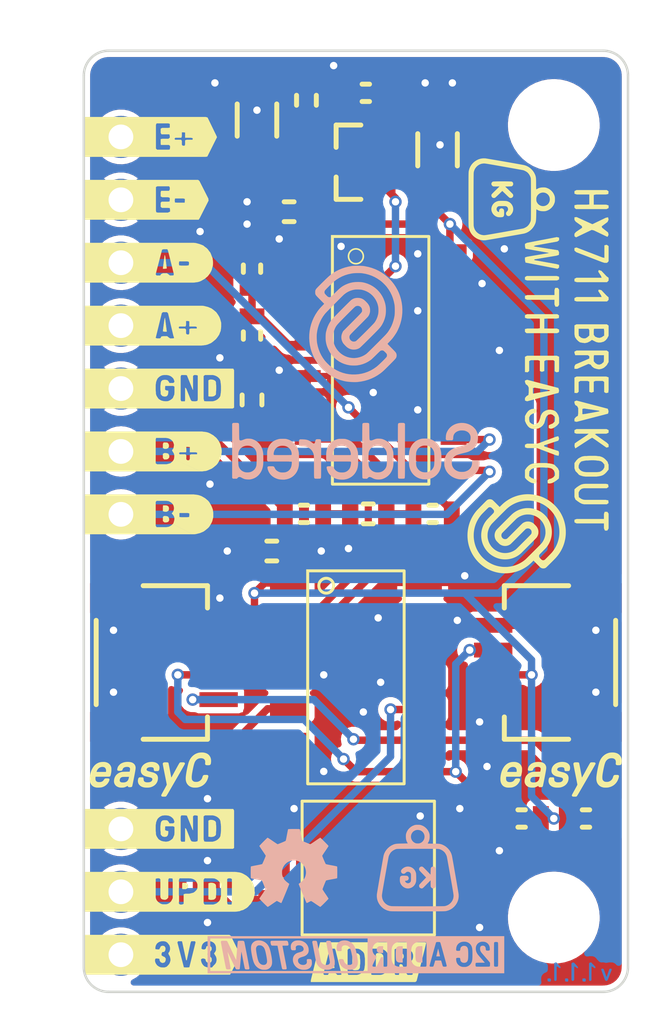
<source format=kicad_pcb>
(kicad_pcb (version 20210623) (generator pcbnew)
  (title_block (title "HX711 breakout easyC") (date "2021-06-30") (rev "V1.1.1.") (company "SOLDERED") (comment 1 "333006"))
  (layers (0 "F.Cu" signal) (31 "B.Cu" signal) (34 "B.Paste" user) (35 "F.Paste" user) (36 "B.SilkS" user "B.Silkscreen") (37 "F.SilkS" user "F.Silkscreen") (38 "B.Mask" user) (39 "F.Mask" user) (44 "Edge.Cuts" user))
  (net 0 "")
  (net 1 "Net-(C1-Pad2)")
  (net 2 "GND")
  (net 3 "Net-(C3-Pad2)")
  (net 4 "Net-(C4-Pad2)")
  (net 5 "Net-(C4-Pad1)")
  (net 6 "3V3")
  (net 7 "Net-(K1-Pad3)")
  (net 8 "Net-(K1-Pad2)")
  (net 9 "Net-(K2-Pad2)")
  (net 10 "Net-(K2-Pad1)")
  (net 11 "SDA")
  (net 12 "SCL")
  (net 13 "UPDI")
  (net 14 "ADD3")
  (net 15 "ADD2")
  (net 16 "ADD1")
  (net 17 "Net-(Q1-Pad1)")
  (net 18 "Net-(R3-Pad1)")
  (net 20 "DOUT")
  (net 21 "SCK")
  (net 26 "Net-(Q1-Pad3)")
  (footprint "e-radionica.com footprinti:SOIC-14" (layer "F.Cu") (at 91 137.3)
    (fp_text reference "U2")
    (fp_text value "ATTINY404-SSNR")
    (pad "1" smd rect locked (at -2.7 -3.81) (size 1.55 0.6) (layers "F.Cu" "F.Paste" "F.Mask") (net 6 "3V3"))
    (pad "2" smd rect locked (at -2.7 -2.54) (size 1.55 0.6) (layers "F.Cu" "F.Paste" "F.Mask") (net 21 "SCK"))
    (pad "3" smd rect locked (at -2.7 -1.27) (size 1.55 0.6) (layers "F.Cu" "F.Paste" "F.Mask") (net 20 "DOUT"))
    (pad "4" smd rect locked (at -2.7 0) (size 1.55 0.6) (layers "F.Cu" "F.Paste" "F.Mask"))
    (pad "5" smd rect locked (at -2.7 1.27) (size 1.55 0.6) (layers "F.Cu" "F.Paste" "F.Mask") (net 14 "ADD3"))
    (pad "6" smd rect locked (at -2.7 2.54) (size 1.55 0.6) (layers "F.Cu" "F.Paste" "F.Mask") (net 15 "ADD2"))
    (pad "7" smd rect locked (at -2.7 3.81) (size 1.55 0.6) (layers "F.Cu" "F.Paste" "F.Mask") (net 16 "ADD1"))
    (pad "8" smd rect locked (at 2.7 3.81) (size 1.55 0.6) (layers "F.Cu" "F.Paste" "F.Mask") (net 11 "SDA"))
    (pad "9" smd rect locked (at 2.7 2.54) (size 1.55 0.6) (layers "F.Cu" "F.Paste" "F.Mask") (net 12 "SCL"))
    (pad "10" smd rect locked (at 2.7 1.27) (size 1.55 0.6) (layers "F.Cu" "F.Paste" "F.Mask") (net 13 "UPDI"))
    (pad "11" smd rect locked (at 2.7 0) (size 1.55 0.6) (layers "F.Cu" "F.Paste" "F.Mask"))
    (pad "12" smd rect locked (at 2.7 -1.27) (size 1.55 0.6) (layers "F.Cu" "F.Paste" "F.Mask"))
    (pad "13" smd rect locked (at 2.7 -2.54) (size 1.55 0.6) (layers "F.Cu" "F.Paste" "F.Mask"))
    (pad "14" smd rect locked (at 2.7 -3.81) (size 1.55 0.6) (layers "F.Cu" "F.Paste" "F.Mask") (net 2 "GND"))
  )
  (footprint "buzzardLabel" (layer "F.Cu") (at 79.6 145.96)
    (fp_text reference "" (at 0 0) (layer "F.SilkS") (effects (font (size 1.27 1.27))))
    (fp_text value "" (at 0 0) (layer "F.SilkS") (effects (font (size 1.27 1.27))))
  )
  (footprint "buzzardLabel" (layer "F.Cu") (at 79.6 123.1)
    (fp_text reference "" (at 0 0) (layer "F.SilkS") (effects (font (size 1.27 1.27))))
    (fp_text value "" (at 0 0) (layer "F.SilkS") (effects (font (size 1.27 1.27))))
  )
  (footprint "e-radionica.com footprinti:0603R" (layer "F.Cu") (at 88.9 130.7 180)
    (fp_text reference "R2")
    (fp_text value "100R")
    (pad "1" smd rect locked (at -0.775 0 270) (size 1 0.64) (layers "F.Cu" "F.Paste" "F.Mask") (net 5 "Net-(C4-Pad1)"))
    (pad "2" smd rect locked (at 0.775 0 270) (size 1 0.64) (layers "F.Cu" "F.Paste" "F.Mask") (net 8 "Net-(K1-Pad2)"))
  )
  (footprint "buzzardLabel" (layer "F.Cu") (at 79.6 120.56)
    (fp_text reference "" (at 0 0) (layer "F.SilkS") (effects (font (size 1.27 1.27))))
    (fp_text value "" (at 0 0) (layer "F.SilkS") (effects (font (size 1.27 1.27))))
  )
  (footprint "Soldered Graphics:Logo-Back-OSH-3.5mm" (layer "F.Cu") (at 88.5 145)
    (fp_text reference "G***" hide)
    (fp_text value "LOGO" hide)
  )
  (footprint "buzzardLabel" (layer "F.Cu") (at 79.6 128.18)
    (fp_text reference "" (at 0 0) (layer "F.SilkS") (effects (font (size 1.27 1.27))))
    (fp_text value "" (at 0 0) (layer "F.SilkS") (effects (font (size 1.27 1.27))))
  )
  (footprint "Soldered Graphics:Logo-Back-SolderedVERTICAL-10mm" (layer "F.Cu") (at 91 125)
    (fp_text reference "G***" hide)
    (fp_text value "LOGO" hide)
  )
  (footprint "e-radionica.com footprinti:1206C" (layer "F.Cu") (at 87 114.8 -90)
    (fp_text reference "C2")
    (fp_text value "10uF")
    (pad "1" smd rect locked (at -1.525 0) (size 1.75 1) (layers "F.Cu" "F.Paste" "F.Mask") (net 2 "GND"))
    (pad "2" smd rect locked (at 1.525 0) (size 1.75 1) (layers "F.Cu" "F.Paste" "F.Mask") (net 1 "Net-(C1-Pad2)"))
  )
  (footprint "e-radionica.com footprinti:HOLE_3.2mm" (layer "F.Cu") (at 99 115)
    (fp_text reference "H1" hide)
    (fp_text value "HOLE_3.2mm" hide)
    (pad "" np_thru_hole circle locked (at 0 0) (size 3.2 3.2) (drill 3.2) (layers F&B.Cu *.Mask))
  )
  (footprint "e-radionica.com footprinti:0603R" (layer "F.Cu") (at 100.3 143 180)
    (fp_text reference "R6")
    (fp_text value "10k")
    (pad "1" smd rect locked (at -0.775 0 270) (size 1 0.64) (layers "F.Cu" "F.Paste" "F.Mask") (net 12 "SCL"))
    (pad "2" smd rect locked (at 0.775 0 270) (size 1 0.64) (layers "F.Cu" "F.Paste" "F.Mask") (net 6 "3V3"))
  )
  (footprint "e-radionica.com footprinti:1206C" (layer "F.Cu") (at 94.3 116 -90)
    (fp_text reference "C6")
    (fp_text value "10uF")
    (pad "1" smd rect locked (at -1.525 0) (size 1.75 1) (layers "F.Cu" "F.Paste" "F.Mask") (net 2 "GND"))
    (pad "2" smd rect locked (at 1.525 0) (size 1.75 1) (layers "F.Cu" "F.Paste" "F.Mask") (net 6 "3V3"))
  )
  (footprint "e-radionica.com footprinti:easyC-connector" (layer "F.Cu") (at 83.3 136.7 90)
    (fp_text reference "K5")
    (fp_text value "easyC-SMD")
    (pad "1" smd rect locked (at -1.5 2.15 90) (size 0.6 1.55) (layers "F.Cu" "F.Paste" "F.Mask") (net 12 "SCL"))
    (pad "2" smd rect locked (at -0.5 2.15 90) (size 0.6 1.55) (layers "F.Cu" "F.Paste" "F.Mask") (net 11 "SDA"))
    (pad "3" smd rect locked (at 0.5 2.15 90) (size 0.6 1.55) (layers "F.Cu" "F.Paste" "F.Mask") (net 6 "3V3"))
    (pad "4" smd rect locked (at 1.5 2.15 90) (size 0.6 1.55) (layers "F.Cu" "F.Paste" "F.Mask") (net 2 "GND"))
    (pad "5" smd rect locked (at 2.6 -2.15 90) (size 1.2 1.8) (layers "F.Cu" "F.Paste" "F.Mask") (net 2 "GND"))
    (pad "5" smd rect locked (at -2.6 -2.15 90) (size 1.2 1.8) (layers "F.Cu" "F.Paste" "F.Mask") (net 2 "GND"))
  )
  (footprint "buzzardLabel" (layer "F.Cu") (at 79.6 143.42)
    (fp_text reference "" (at 0 0) (layer "F.SilkS") (effects (font (size 1.27 1.27))))
    (fp_text value "" (at 0 0) (layer "F.SilkS") (effects (font (size 1.27 1.27))))
  )
  (footprint "e-radionica.com footprinti:0603R" (layer "F.Cu") (at 97.7 143)
    (fp_text reference "R5")
    (fp_text value "10k")
    (pad "1" smd rect locked (at -0.775 0 90) (size 1 0.64) (layers "F.Cu" "F.Paste" "F.Mask") (net 11 "SDA"))
    (pad "2" smd rect locked (at 0.775 0 90) (size 1 0.64) (layers "F.Cu" "F.Paste" "F.Mask") (net 6 "3V3"))
  )
  (footprint "e-radionica.com footprinti:SOT-23-3" (layer "F.Cu") (at 90.9 116.5 180)
    (fp_text reference "Q1")
    (fp_text value "MMBT4403")
    (pad "1" smd rect locked (at -1.2 -0.95 270) (size 0.6 1) (layers "F.Cu" "F.Paste" "F.Mask") (net 17 "Net-(Q1-Pad1)"))
    (pad "2" smd rect locked (at -1.2 0.95 270) (size 0.6 1) (layers "F.Cu" "F.Paste" "F.Mask") (net 6 "3V3"))
    (pad "3" smd rect locked (at 1.2 0 270) (size 0.6 1) (layers "F.Cu" "F.Paste" "F.Mask") (net 26 "Net-(Q1-Pad3)"))
  )
  (footprint "e-radionica.com footprinti:0603R" (layer "F.Cu") (at 86.8 120.8 90)
    (fp_text reference "R3")
    (fp_text value "20k")
    (pad "1" smd rect locked (at -0.775 0 180) (size 1 0.64) (layers "F.Cu" "F.Paste" "F.Mask") (net 18 "Net-(R3-Pad1)"))
    (pad "2" smd rect locked (at 0.775 0 180) (size 1 0.64) (layers "F.Cu" "F.Paste" "F.Mask") (net 26 "Net-(Q1-Pad3)"))
  )
  (footprint "e-radionica.com footprinti:0603C" (layer "F.Cu") (at 88.3 118.5)
    (fp_text reference "C5")
    (fp_text value "100nF")
    (pad "1" smd rect locked (at -0.73 0) (size 0.66 1) (layers "F.Cu" "F.Paste" "F.Mask") (net 2 "GND"))
    (pad "2" smd rect locked (at 0.73 0) (size 0.66 1) (layers "F.Cu" "F.Paste" "F.Mask") (net 6 "3V3"))
  )
  (footprint "Soldered Graphics:Logo-Front-easyC-5mm" (layer "F.Cu") (at 99.3 141.2)
    (fp_text reference "G***" hide)
    (fp_text value "LOGO" hide)
  )
  (footprint "e-radionica.com footprinti:0603C" (layer "F.Cu") (at 91.5 130.7)
    (fp_text reference "C4")
    (fp_text value "100nF")
    (pad "1" smd rect locked (at -0.73 0) (size 0.66 1) (layers "F.Cu" "F.Paste" "F.Mask") (net 5 "Net-(C4-Pad1)"))
    (pad "2" smd rect locked (at 0.73 0) (size 0.66 1) (layers "F.Cu" "F.Paste" "F.Mask") (net 4 "Net-(C4-Pad2)"))
  )
  (footprint "e-radionica.com footprinti:HOLE_3.2mm" (layer "F.Cu") (at 99 147)
    (fp_text reference "H2" hide)
    (fp_text value "HOLE_3.2mm" hide)
    (pad "" np_thru_hole circle locked (at 0 0) (size 3.2 3.2) (drill 3.2) (layers F&B.Cu *.Mask))
  )
  (footprint "buzzardLabel" (layer "F.Cu") (at 91.5 148.8)
    (fp_text reference "" (at 0 0) (layer "F.SilkS") (effects (font (size 1.27 1.27))))
    (fp_text value "" (at 0 0) (layer "F.SilkS") (effects (font (size 1.27 1.27))))
  )
  (footprint "e-radionica.com footprinti:HEADER-UPDI" (layer "F.Cu") (at 81.5 145.96 90)
    (fp_text reference "K4")
    (fp_text value "HEADER-UPDI")
    (pad "1" thru_hole circle locked (at -2.54 0 90) (size 1.7 1.7) (drill 1) (layers *.Cu *.Mask) (net 6 "3V3"))
    (pad "2" thru_hole circle locked (at 0 0 90) (size 1.7 1.7) (drill 1) (layers *.Cu *.Mask) (net 13 "UPDI"))
    (pad "3" thru_hole circle locked (at 2.54 0 90) (size 1.7 1.7) (drill 1) (layers *.Cu *.Mask) (net 2 "GND"))
  )
  (footprint "e-radionica.com footprinti:DSHP03TS-S" (layer "F.Cu") (at 91.5 145)
    (fp_text reference "K6")
    (fp_text value "DSHP03TS-S")
    (pad "1" smd rect locked (at -3.81 -1.27 90) (size 0.76 1.27) (layers "F.Cu" "F.Paste" "F.Mask") (net 16 "ADD1"))
    (pad "2" smd rect locked (at 3.81 -1.27 90) (size 0.76 1.27) (layers "F.Cu" "F.Paste" "F.Mask") (net 2 "GND"))
    (pad "3" smd rect locked (at -3.81 0 90) (size 0.76 1.27) (layers "F.Cu" "F.Paste" "F.Mask") (net 15 "ADD2"))
    (pad "4" smd rect locked (at 3.81 0 90) (size 0.76 1.27) (layers "F.Cu" "F.Paste" "F.Mask") (net 2 "GND"))
    (pad "5" smd rect locked (at -3.81 1.27 90) (size 0.76 1.27) (layers "F.Cu" "F.Paste" "F.Mask") (net 14 "ADD3"))
    (pad "6" smd rect locked (at 3.81 1.27 90) (size 0.76 1.27) (layers "F.Cu" "F.Paste" "F.Mask") (net 2 "GND"))
  )
  (footprint "e-radionica.com footprinti:0603C" (layer "F.Cu") (at 86.8 126.1 -90)
    (fp_text reference "C3")
    (fp_text value "100nF")
    (pad "1" smd rect locked (at -0.73 0 270) (size 0.66 1) (layers "F.Cu" "F.Paste" "F.Mask") (net 2 "GND"))
    (pad "2" smd rect locked (at 0.73 0 270) (size 0.66 1) (layers "F.Cu" "F.Paste" "F.Mask") (net 3 "Net-(C3-Pad2)"))
  )
  (footprint "buzzardLabel" (layer "F.Cu") (at 79.6 115.48)
    (fp_text reference "" (at 0 0) (layer "F.SilkS") (effects (font (size 1.27 1.27))))
    (fp_text value "" (at 0 0) (layer "F.SilkS") (effects (font (size 1.27 1.27))))
  )
  (footprint "buzzardLabel" (layer "F.Cu") (at 79.6 125.64)
    (fp_text reference "" (at 0 0) (layer "F.SilkS") (effects (font (size 1.27 1.27))))
    (fp_text value "" (at 0 0) (layer "F.SilkS") (effects (font (size 1.27 1.27))))
  )
  (footprint "e-radionica.com footprinti:SOP-16" (layer "F.Cu") (at 92 124.5)
    (fp_text reference "U1")
    (fp_text value "HX711")
    (pad "1" smd rect locked (at -2.95 -4.445) (size 1.05 0.48) (layers "F.Cu" "F.Paste" "F.Mask") (net 6 "3V3"))
    (pad "2" smd rect locked (at -2.95 -3.175) (size 1.05 0.48) (layers "F.Cu" "F.Paste" "F.Mask") (net 17 "Net-(Q1-Pad1)"))
    (pad "3" smd rect locked (at -2.95 -1.905) (size 1.05 0.48) (layers "F.Cu" "F.Paste" "F.Mask") (net 26 "Net-(Q1-Pad3)"))
    (pad "4" smd rect locked (at -2.95 -0.635) (size 1.05 0.48) (layers "F.Cu" "F.Paste" "F.Mask") (net 18 "Net-(R3-Pad1)"))
    (pad "5" smd rect locked (at -2.95 0.635) (size 1.05 0.48) (layers "F.Cu" "F.Paste" "F.Mask") (net 2 "GND"))
    (pad "6" smd rect locked (at -2.95 1.905) (size 1.05 0.48) (layers "F.Cu" "F.Paste" "F.Mask") (net 3 "Net-(C3-Pad2)"))
    (pad "7" smd rect locked (at -2.95 3.175) (size 1.05 0.48) (layers "F.Cu" "F.Paste" "F.Mask") (net 4 "Net-(C4-Pad2)"))
    (pad "8" smd rect locked (at -2.95 4.445) (size 1.05 0.48) (layers "F.Cu" "F.Paste" "F.Mask") (net 5 "Net-(C4-Pad1)"))
    (pad "9" smd rect locked (at 2.95 4.445) (size 1.05 0.48) (layers "F.Cu" "F.Paste" "F.Mask") (net 10 "Net-(K2-Pad1)"))
    (pad "10" smd rect locked (at 2.95 3.175) (size 1.05 0.48) (layers "F.Cu" "F.Paste" "F.Mask") (net 9 "Net-(K2-Pad2)"))
    (pad "11" smd rect locked (at 2.95 1.905) (size 1.05 0.48) (layers "F.Cu" "F.Paste" "F.Mask") (net 21 "SCK"))
    (pad "12" smd rect locked (at 2.95 0.635) (size 1.05 0.48) (layers "F.Cu" "F.Paste" "F.Mask") (net 20 "DOUT"))
    (pad "13" smd rect locked (at 2.95 -0.635) (size 1.05 0.48) (layers "F.Cu" "F.Paste" "F.Mask"))
    (pad "14" smd rect locked (at 2.95 -1.905) (size 1.05 0.48) (layers "F.Cu" "F.Paste" "F.Mask") (net 2 "GND"))
    (pad "15" smd rect locked (at 2.95 -3.175) (size 1.05 0.48) (layers "F.Cu" "F.Paste" "F.Mask") (net 2 "GND"))
    (pad "16" smd rect locked (at 2.95 -4.445) (size 1.05 0.48) (layers "F.Cu" "F.Paste" "F.Mask") (net 6 "3V3"))
  )
  (footprint "buzzardLabel" (layer "F.Cu") (at 98.5 124.5 -90)
    (fp_text reference "" (at 0 0 90) (layer "F.SilkS") (effects (font (size 1.27 1.27))))
    (fp_text value "" (at 0 0 90) (layer "F.SilkS") (effects (font (size 1.27 1.27))))
  )
  (footprint "e-radionica.com footprinti:0603C" (layer "F.Cu") (at 89 114 -90)
    (fp_text reference "C1")
    (fp_text value "100nF")
    (pad "1" smd rect locked (at -0.73 0 270) (size 0.66 1) (layers "F.Cu" "F.Paste" "F.Mask") (net 2 "GND"))
    (pad "2" smd rect locked (at 0.73 0 270) (size 0.66 1) (layers "F.Cu" "F.Paste" "F.Mask") (net 1 "Net-(C1-Pad2)"))
  )
  (footprint "e-radionica.com footprinti:FIDUCIAL_23" (layer "F.Cu") (at 91 146)
    (fp_text reference "FD1")
    (fp_text value "FIDUCIAL")
    (fp_circle (center 0 0) (end 1 0) (layer "F.Cu") (width 0.2) (fill none))
    (pad "1" smd circle (at 0 0) (size 1 1) (layers "F.Cu" "F.Paste" "F.Mask") (clearance 1.1))
  )
  (footprint "e-radionica.com footprinti:0603C" (layer "F.Cu") (at 87.6 132.2 180)
    (fp_text reference "C7")
    (fp_text value "0.1uF")
    (pad "1" smd rect locked (at -0.73 0 180) (size 0.66 1) (layers "F.Cu" "F.Paste" "F.Mask") (net 6 "3V3"))
    (pad "2" smd rect locked (at 0.73 0 180) (size 0.66 1) (layers "F.Cu" "F.Paste" "F.Mask") (net 2 "GND"))
  )
  (footprint "Soldered Graphics:Logo-Front-easyC-5mm" (layer "F.Cu") (at 82.7 141.2)
    (fp_text reference "G***" hide)
    (fp_text value "LOGO" hide)
  )
  (footprint "Soldered Graphics:Symbol-Front-Scale" (layer "F.Cu") (at 97.3 118 -90)
    (fp_text reference "G***" hide)
    (fp_text value "LOGO" hide)
  )
  (footprint "buzzardLabel" (layer "F.Cu") (at 79.6 148.5)
    (fp_text reference "" (at 0 0) (layer "F.SilkS") (effects (font (size 1.27 1.27))))
    (fp_text value "" (at 0 0) (layer "F.SilkS") (effects (font (size 1.27 1.27))))
  )
  (footprint "e-radionica.com footprinti:easyC-connector" (layer "F.Cu") (at 98.7 136.7 -90)
    (fp_text reference "K3")
    (fp_text value "easyC-SMD")
    (pad "1" smd rect locked (at -1.5 2.15 270) (size 0.6 1.55) (layers "F.Cu" "F.Paste" "F.Mask") (net 12 "SCL"))
    (pad "2" smd rect locked (at -0.5 2.15 270) (size 0.6 1.55) (layers "F.Cu" "F.Paste" "F.Mask") (net 11 "SDA"))
    (pad "3" smd rect locked (at 0.5 2.15 270) (size 0.6 1.55) (layers "F.Cu" "F.Paste" "F.Mask") (net 6 "3V3"))
    (pad "4" smd rect locked (at 1.5 2.15 270) (size 0.6 1.55) (layers "F.Cu" "F.Paste" "F.Mask") (net 2 "GND"))
    (pad "5" smd rect locked (at -2.6 -2.15 270) (size 1.2 1.8) (layers "F.Cu" "F.Paste" "F.Mask") (net 2 "GND"))
    (pad "5" smd rect locked (at 2.6 -2.15 270) (size 1.2 1.8) (layers "F.Cu" "F.Paste" "F.Mask") (net 2 "GND"))
  )
  (footprint "Soldered Graphics:Logo-Front-Soldered-4mm" (layer "F.Cu") (at 97.5 131.5 90)
    (fp_text reference "G***" hide)
    (fp_text value "LOGO" hide)
  )
  (footprint "buzzardLabel" (layer "F.Cu") (at 79.6 130.72)
    (fp_text reference "" (at 0 0) (layer "F.SilkS") (effects (font (size 1.27 1.27))))
    (fp_text value "" (at 0 0) (layer "F.SilkS") (effects (font (size 1.27 1.27))))
  )
  (footprint "e-radionica.com footprinti:0603R" (layer "F.Cu") (at 94.1 130.7)
    (fp_text reference "R1")
    (fp_text value "100R")
    (pad "1" smd rect locked (at -0.775 0 90) (size 1 0.64) (layers "F.Cu" "F.Paste" "F.Mask") (net 4 "Net-(C4-Pad2)"))
    (pad "2" smd rect locked (at 0.775 0 90) (size 1 0.64) (layers "F.Cu" "F.Paste" "F.Mask") (net 7 "Net-(K1-Pad3)"))
  )
  (footprint "e-radionica.com footprinti:0603R" (layer "F.Cu") (at 91.4 113.7 180)
    (fp_text reference "R7")
    (fp_text value "10R")
    (pad "1" smd rect locked (at -0.775 0 270) (size 1 0.64) (layers "F.Cu" "F.Paste" "F.Mask") (net 26 "Net-(Q1-Pad3)"))
    (pad "2" smd rect locked (at 0.775 0 270) (size 1 0.64) (layers "F.Cu" "F.Paste" "F.Mask") (net 1 "Net-(C1-Pad2)"))
  )
  (footprint "buzzardLabel" (layer "F.Cu") (at 79.6 118.02)
    (fp_text reference "" (at 0 0) (layer "F.SilkS") (effects (font (size 1.27 1.27))))
    (fp_text value "" (at 0 0) (layer "F.SilkS") (effects (font (size 1.27 1.27))))
  )
  (footprint "buzzardLabel" (layer "F.Cu") (at 100.5 124.5 -90)
    (fp_text reference "" (at 0 0 90) (layer "F.SilkS") (effects (font (size 1.27 1.27))))
    (fp_text value "" (at 0 0 90) (layer "F.SilkS") (effects (font (size 1.27 1.27))))
  )
  (footprint "e-radionica.com footprinti:0603R" (layer "F.Cu") (at 86.8 123.5 90)
    (fp_text reference "R4")
    (fp_text value "8.2k")
    (pad "1" smd rect locked (at -0.775 0 180) (size 1 0.64) (layers "F.Cu" "F.Paste" "F.Mask") (net 2 "GND"))
    (pad "2" smd rect locked (at 0.775 0 180) (size 1 0.64) (layers "F.Cu" "F.Paste" "F.Mask") (net 18 "Net-(R3-Pad1)"))
  )
  (footprint "e-radionica.com footprinti:HEADER_MALE_5X1" (layer "B.Cu") (at 81.5 120.56 90)
    (fp_text reference "K1")
    (fp_text value "HEADER_MALE_5X1")
    (pad "1" thru_hole circle locked (at -5.08 0 90) (size 1.7 1.7) (drill 1) (layers *.Cu *.Mask) (net 2 "GND"))
    (pad "2" thru_hole circle locked (at -2.54 0 90) (size 1.7 1.7) (drill 1) (layers *.Cu *.Mask) (net 8 "Net-(K1-Pad2)"))
    (pad "3" thru_hole circle locked (at 0 0 90) (size 1.7 1.7) (drill 1) (layers *.Cu *.Mask) (net 7 "Net-(K1-Pad3)"))
    (pad "4" thru_hole circle locked (at 2.54 0 90) (size 1.7 1.7) (drill 1) (layers *.Cu *.Mask) (net 2 "GND"))
    (pad "5" thru_hole circle locked (at 5.08 0 90) (size 1.7 1.7) (drill 1) (layers *.Cu *.Mask) (net 1 "Net-(C1-Pad2)"))
  )
  (footprint "e-radionica.com footprinti:HEADER_MALE_2X1" (layer "B.Cu") (at 81.5 129.45 90)
    (fp_text reference "K2")
    (fp_text value "HEADER_MALE_2X1")
    (pad "1" thru_hole circle locked (at -1.27 0 90) (size 1.524 1.524) (drill 1) (layers *.Cu *.Mask) (net 10 "Net-(K2-Pad1)"))
    (pad "2" thru_hole circle locked (at 1.27 0 90) (size 1.524 1.524) (drill 1) (layers *.Cu *.Mask) (net 9 "Net-(K2-Pad2)"))
  )
  (footprint "Soldered Graphics:Symbol-Front_I2C_ADDR_CUSTOM" (layer "B.Cu") (at 91 148.5 180)
    (fp_text reference "REF**" hide)
    (fp_text value "Symbol-Front_I2C_ADDR_CUSTOM" hide)
  )
  (footprint "Soldered Graphics:Version1.1.1." (layer "B.Cu") (at 100 149.2 180)
    (fp_text reference "REF**" hide)
    (fp_text value "Version1.1.1." hide)
    (fp_poly (pts (xy 0.21 -0.35) (xy 0.26 -0.35) (xy 0.28 -0.31) (xy 0.28 0.35) (xy 0.24 0.38) (xy 0.19 0.38) (xy 0.15 0.34) (xy 0.04 0.22) (xy 0.02 0.17) (xy 0.05 0.16) (xy 0.14 0.22) (xy 0.18 0.23) (xy 0.18 -0.31) (xy 0.21 -0.35)) (layer "B.Cu") (width 0.01) (fill solid))
    (fp_poly (pts (xy 1.14 -0.38) (xy 1.19 -0.38) (xy 1.24 -0.37) (xy 1.25 -0.33) (xy 1.25 -0.27) (xy 1.2 -0.26) (xy 1.15 -0.26) (xy 1.12 -0.29) (xy 1.12 -0.34) (xy 1.14 -0.38)) (layer "B.Cu") (width 0.01) (fill solid))
    (fp_poly (pts (xy 0.91 -0.35) (xy 0.96 -0.35) (xy 0.98 -0.31) (xy 0.98 0.35) (xy 0.95 0.38) (xy 0.89 0.38) (xy 0.86 0.34) (xy 0.74 0.22) (xy 0.73 0.17) (xy 0.76 0.16) (xy 0.85 0.22) (xy 0.89 0.23) (xy 0.89 -0.31) (xy 0.91 -0.35)) (layer "B.Cu") (width 0.01) (fill solid))
    (fp_poly (pts (xy -0.5 -0.35) (xy -0.44 -0.35) (xy -0.43 -0.31) (xy -0.43 0.35) (xy -0.46 0.38) (xy -0.52 0.38) (xy -0.55 0.34) (xy -0.67 0.22) (xy -0.68 0.17) (xy -0.65 0.16) (xy -0.56 0.22) (xy -0.52 0.23) (xy -0.52 -0.31) (xy -0.5 -0.35)) (layer "B.Cu") (width 0.01) (fill solid))
    (fp_poly (pts (xy -1.15 -0.35) (xy -1.1 -0.35) (xy -1.07 -0.31) (xy -0.92 0.1) (xy -0.94 0.13) (xy -0.99 0.13) (xy -1.02 0.1) (xy -1.11 -0.16) (xy -1.13 -0.21) (xy -1.15 -0.17) (xy -1.24 0.09) (xy -1.26 0.13) (xy -1.32 0.13) (xy -1.34 0.1) (xy -1.18 -0.31) (xy -1.15 -0.35)) (layer "B.Cu") (width 0.01) (fill solid))
    (fp_poly (pts (xy -0.27 -0.38) (xy -0.22 -0.38) (xy -0.17 -0.37) (xy -0.16 -0.33) (xy -0.16 -0.27) (xy -0.21 -0.26) (xy -0.26 -0.26) (xy -0.29 -0.29) (xy -0.29 -0.34) (xy -0.27 -0.38)) (layer "B.Cu") (width 0.01) (fill solid))
    (fp_poly (pts (xy 0.43 -0.38) (xy 0.48 -0.38) (xy 0.54 -0.37) (xy 0.54 -0.33) (xy 0.54 -0.27) (xy 0.5 -0.26) (xy 0.45 -0.26) (xy 0.42 -0.29) (xy 0.42 -0.34) (xy 0.43 -0.38)) (layer "B.Cu") (width 0.01) (fill solid))
  )
  (footprint "Soldered Graphics:Symbol-Front-Scale" (layer "B.Cu") (at 93.5 145 180)
    (fp_text reference "G***" hide)
    (fp_text value "LOGO" hide)
  )
  (gr_arc (start 81 113) (end 81 112) (angle -90) (layer "Edge.Cuts") (width 0.1))
  (gr_line (start 101 112) (end 81 112) (layer "Edge.Cuts") (width 0.1))
  (gr_line (start 102 149) (end 102 113) (layer "Edge.Cuts") (width 0.1))
  (gr_line (start 81 150) (end 101 150) (layer "Edge.Cuts") (width 0.1))
  (gr_line (start 80 113) (end 80 149) (layer "Edge.Cuts") (width 0.1))
  (gr_arc (start 101 149) (end 101 150) (angle -90) (layer "Edge.Cuts") (width 0.1))
  (gr_arc (start 101 113) (end 102 113) (angle -90) (layer "Edge.Cuts") (width 0.1))
  (gr_arc (start 81 149) (end 81 150) (angle 90) (layer "Edge.Cuts") (width 0.1))
  (segment (start 89.77 114.73) (end 89 114.73) (width 0.3) (layer "F.Cu") (net 1))
  (segment (start 86.95 116.325) (end 87.675 116.325) (width 0.3) (layer "F.Cu") (net 1))
  (segment (start 89 115) (end 89 114.73) (width 0.3) (layer "F.Cu") (net 1))
  (segment (start 87.675 116.325) (end 89 115) (width 0.3) (layer "F.Cu") (net 1))
  (segment (start 81.5 115.48) (end 84.58 115.48) (width 0.3) (layer "F.Cu") (net 1))
  (segment (start 85.4 116.3) (end 86.925 116.3) (width 0.3) (layer "F.Cu") (net 1))
  (segment (start 90.69 113.81) (end 89.77 114.73) (width 0.3) (layer "F.Cu") (net 1))
  (segment (start 84.58 115.48) (end 85.4 116.3) (width 0.3) (layer "F.Cu") (net 1))
  (segment (start 86.925 116.3) (end 86.95 116.325) (width 0.3) (layer "F.Cu") (net 1))
  (segment (start 90.69 113.7) (end 90.69 113.81) (width 0.3) (layer "F.Cu") (net 1))
  (via (at 85 147.2) (size 0.5) (drill 0.3) (layers "F.Cu" "B.Cu") (net 2))
  (via (at 91.7 125.8) (size 0.5) (drill 0.3) (layers "F.Cu" "B.Cu") (net 2))
  (via (at 90.1 112.6) (size 0.5) (drill 0.3) (layers "F.Cu" "B.Cu") (net 2))
  (via (at 100.7 135.4) (size 0.5) (drill 0.3) (layers "F.Cu" "B.Cu") (net 2))
  (via (at 89.7 141.1) (size 0.5) (drill 0.3) (layers "F.Cu" "B.Cu") (net 2))
  (via (at 95.2 142.6) (size 0.5) (drill 0.3) (layers "F.Cu" "B.Cu") (net 2))
  (via (at 85 144.7) (size 0.5) (drill 0.3) (layers "F.Cu" "B.Cu") (net 2))
  (via (at 85.5 124.4) (size 0.5) (drill 0.3) (layers "F.Cu" "B.Cu") (net 2))
  (via (at 96.1 121.4) (size 0.5) (drill 0.3) (layers "F.Cu" "B.Cu") (net 2))
  (via (at 85.1 129.5) (size 0.5) (drill 0.3) (layers "F.Cu" "B.Cu") (net 2))
  (via (at 87.9 124.9) (size 0.5) (drill 0.3) (layers "F.Cu" "B.Cu") (net 2))
  (via (at 85.3 113.3) (size 0.5) (drill 0.3) (layers "F.Cu" "B.Cu") (net 2))
  (via (at 87 114.4) (size 0.5) (drill 0.3) (layers "F.Cu" "B.Cu") (net 2))
  (via (at 95.1 135) (size 0.5) (drill 0.3) (layers "F.Cu" "B.Cu") (net 2))
  (via (at 91.3 138.7) (size 0.5) (drill 0.3) (layers "F.Cu" "B.Cu") (net 2))
  (via (at 89.7 137.2) (size 0.5) (drill 0.3) (layers "F.Cu" "B.Cu") (net 2))
  (via (at 91.9 134.9) (size 0.5) (drill 0.3) (layers "F.Cu" "B.Cu") (net 2))
  (via (at 89.6 132.2) (size 0.5) (drill 0.3) (layers "F.Cu" "B.Cu") (net 2))
  (via (at 85 142.2) (size 0.5) (drill 0.3) (layers "F.Cu" "B.Cu") (net 2))
  (via (at 85.8 132.2) (size 0.5) (drill 0.3) (layers "F.Cu" "B.Cu") (net 2))
  (via (at 92 137.5) (size 0.5) (drill 0.3) (layers "F.Cu" "B.Cu") (net 2))
  (via (at 86.6 118.1) (size 0.5) (drill 0.3) (layers "F.Cu" "B.Cu") (net 2))
  (via (at 93.6 142.9) (size 0.5) (drill 0.3) (layers "F.Cu" "B.Cu") (net 2))
  (via (at 96.8 144.3) (size 0.5) (drill 0.3) (layers "F.Cu" "B.Cu") (net 2))
  (via (at 87.9 119.6) (size 0.5) (drill 0.3) (layers "F.Cu" "B.Cu") (net 2))
  (via (at 93.5 120.2) (size 0.5) (drill 0.3) (layers "F.Cu" "B.Cu") (net 2))
  (via (at 94.9 113.3) (size 0.5) (drill 0.3) (layers "F.Cu" "B.Cu") (net 2))
  (via (at 90.7 132.1) (size 0.5) (drill 0.3) (layers "F.Cu" "B.Cu") (net 2))
  (via (at 94.4 115.8) (size 0.5) (drill 0.3) (layers "F.Cu" "B.Cu") (net 2))
  (via (at 96.8 124.1) (size 0.5) (drill 0.3) (layers "F.Cu" "B.Cu") (net 2))
  (via (at 85.5 134.1) (size 0.5) (drill 0.3) (layers "F.Cu" "B.Cu") (net 2))
  (via (at 81.2 135.4) (size 0.5) (drill 0.3) (layers "F.Cu" "B.Cu") (net 2))
  (via (at 84.7 119.3) (size 0.5) (drill 0.3) (layers "F.Cu" "B.Cu") (net 2))
  (via (at 93.8 113.3) (size 0.5) (drill 0.3) (layers "F.Cu" "B.Cu") (net 2))
  (via (at 96 147.4) (size 0.5) (drill 0.3) (layers "F.Cu" "B.Cu") (net 2))
  (via (at 86.6 119) (size 0.5) (drill 0.3) (layers "F.Cu" "B.Cu") (net 2))
  (via (at 96.3 140.9) (size 0.5) (drill 0.3) (layers "F.Cu" "B.Cu") (net 2))
  (via (at 93.5 122.5) (size 0.5) (drill 0.3) (layers "F.Cu" "B.Cu") (net 2))
  (via (at 96 139.1) (size 0.5) (drill 0.3) (layers "F.Cu" "B.Cu") (net 2))
  (via (at 95.4 133.2) (size 0.5) (drill 0.3) (layers "F.Cu" "B.Cu") (net 2))
  (via (at 81.2 137.9) (size 0.5) (drill 0.3) (layers "F.Cu" "B.Cu") (net 2))
  (via (at 93.5 126.5) (size 0.5) (drill 0.3) (layers "F.Cu" "B.Cu") (net 2))
  (via (at 90.4 119.9) (size 0.5) (drill 0.3) (layers "F.Cu" "B.Cu") (net 2))
  (via (at 97 120) (size 0.5) (drill 0.3) (layers "F.Cu" "B.Cu") (net 2))
  (via (at 100.7 137.9) (size 0.5) (drill 0.3) (layers "F.Cu" "B.Cu") (net 2))
  (via (at 88.5 142.6) (size 0.5) (drill 0.3) (layers "F.Cu" "B.Cu") (net 2))
  (segment (start 89.05 126.405) (end 88.095 126.405) (width 0.3) (layer "F.Cu") (net 3))
  (segment (start 87.67 126.83) (end 86.8 126.83) (width 0.3) (layer "F.Cu") (net 3))
  (segment (start 88.095 126.405) (end 87.67 126.83) (width 0.3) (layer "F.Cu") (net 3))
  (segment (start 93.325 130.125) (end 93.325 130.7) (width 0.3) (layer "F.Cu") (net 4))
  (segment (start 89.05 127.675) (end 90.875 127.675) (width 0.3) (layer "F.Cu") (net 4))
  (segment (start 92.23 130.7) (end 93.325 130.7) (width 0.3) (layer "F.Cu") (net 4))
  (segment (start 90.875 127.675) (end 93.325 130.125) (width 0.3) (layer "F.Cu") (net 4))
  (segment (start 89.675 130.7) (end 89.675 129.57) (width 0.3) (layer "F.Cu") (net 5))
  (segment (start 89.675 130.7) (end 90.77 130.7) (width 0.3) (layer "F.Cu") (net 5))
  (segment (start 89.675 129.57) (end 89.05 128.945) (width 0.3) (layer "F.Cu") (net 5))
  (segment (start 85.45 136.2) (end 83.5 136.2) (width 0.3) (layer "F.Cu") (net 6))
  (segment (start 98.1 137.2) (end 96.55 137.2) (width 0.3) (layer "F.Cu") (net 6))
  (segment (start 92.325 115.55) (end 94.3 117.525) (width 0.25) (layer "F.Cu") (net 6))
  (segment (start 83 139.5) (end 83 136.7) (width 0.3) (layer "F.Cu") (net 6))
  (segment (start 86.9 133.9) (end 87.31 133.49) (width 0.3) (layer "F.Cu") (net 6))
  (segment (start 94.3 117.8) (end 94.3 117.525) (width 0.3) (layer "F.Cu") (net 6))
  (segment (start 93.1 119) (end 94.3 117.8) (width 0.3) (layer "F.Cu") (net 6))
  (segment (start 94.8 119) (end 94.8 119.905) (width 0.3) (layer "F.Cu") (net 6))
  (segment (start 94.3 118.1) (end 94.3 117.525) (width 0.3) (layer "F.Cu") (net 6))
  (segment (start 99 143) (end 98.475 143) (width 0.3) (layer "F.Cu") (net 6))
  (segment (start 85.45 136.2) (end 86.5 136.2) (width 0.3) (layer "F.Cu") (net 6))
  (segment (start 81.5 148.5) (end 83 148.5) (width 0.3) (layer "F.Cu") (net 6))
  (segment (start 84 140.5) (end 83 139.5) (width 0.3) (layer "F.Cu") (net 6))
  (segment (start 83 148.5) (end 84 147.5) (width 0.3) (layer "F.Cu") (net 6))
  (segment (start 86.9 135.8) (end 86.9 133.9) (width 0.3) (layer "F.Cu") (net 6))
  (segment (start 89.03 118.5) (end 89.53 119) (width 0.3) (layer "F.Cu") (net 6))
  (segment (start 89.05 120.055) (end 89.05 118.52) (width 0.3) (layer "F.Cu") (net 6))
  (segment (start 99.525 143) (end 99 143) (width 0.3) (layer "F.Cu") (net 6))
  (segment (start 83 136.7) (end 83.5 136.2) (width 0.3) (layer "F.Cu") (net 6))
  (segment (start 94.8 119.905) (end 94.95 120.055) (width 0.3) (layer "F.Cu") (net 6))
  (segment (start 87.31 133.49) (end 88.3 133.49) (width 0.3) (layer "F.Cu") (net 6))
  (segment (start 94.3 118.5) (end 94.8 119) (width 0.3) (layer "F.Cu") (net 6))
  (segment (start 89.05 118.52) (end 89.03 118.5) (width 0.3) (layer "F.Cu") (net 6))
  (segment (start 84 147.5) (end 84 140.5) (width 0.3) (layer "F.Cu") (net 6))
  (segment (start 86.5 136.2) (end 86.9 135.8) (width 0.3) (layer "F.Cu") (net 6))
  (segment (start 92.1 115.55) (end 92.325 115.55) (width 0.25) (layer "F.Cu") (net 6))
  (segment (start 94.3 118.1) (end 94.3 118.5) (width 0.3) (layer "F.Cu") (net 6))
  (segment (start 88.33 133.46) (end 88.3 133.49) (width 0.3) (layer "F.Cu") (net 6))
  (segment (start 89.53 119) (end 93.1 119) (width 0.3) (layer "F.Cu") (net 6))
  (segment (start 88.33 132.2) (end 88.33 133.46) (width 0.3) (layer "F.Cu") (net 6))
  (via (at 98.1 137.2) (size 0.5) (drill 0.3) (layers "F.Cu" "B.Cu") (net 6))
  (via (at 99 143) (size 0.5) (drill 0.3) (layers "F.Cu" "B.Cu") (net 6))
  (via (at 86.9 133.9) (size 0.5) (drill 0.3) (layers "F.Cu" "B.Cu") (net 6))
  (via (at 94.8 119) (size 0.5) (drill 0.3) (layers "F.Cu" "B.Cu") (net 6))
  (segment (start 96.8 133.9) (end 98.6 132.1) (width 0.3) (layer "B.Cu") (net 6))
  (segment (start 95.4 133.9) (end 96.8 133.9) (width 0.3) (layer "B.Cu") (net 6))
  (segment (start 98.1 136.6) (end 98.1 137.2) (width 0.3) (layer "B.Cu") (net 6))
  (segment (start 95.4 133.9) (end 98.1 136.6) (width 0.3) (layer "B.Cu") (net 6))
  (segment (start 98.6 122.8) (end 94.8 119) (width 0.3) (layer "B.Cu") (net 6))
  (segment (start 86.9 133.9) (end 95.4 133.9) (width 0.3) (layer "B.Cu") (net 6))
  (segment (start 98.6 130.3) (end 98.6 122.8) (width 0.3) (layer "B.Cu") (net 6))
  (segment (start 98.1 137.2) (end 98.1 142.1) (width 0.3) (layer "B.Cu") (net 6))
  (segment (start 98.6 132.1) (end 98.6 130.3) (width 0.3) (layer "B.Cu") (net 6))
  (segment (start 98.1 142.1) (end 99 143) (width 0.3) (layer "B.Cu") (net 6))
  (segment (start 93.4 129.1) (end 90.7 126.4) (width 0.3) (layer "F.Cu") (net 7))
  (segment (start 94.875 130.7) (end 94.875 130.575) (width 0.3) (layer "F.Cu") (net 7))
  (segment (start 94.875 130.575) (end 93.4 129.1) (width 0.3) (layer "F.Cu") (net 7))
  (via (at 90.7 126.4) (size 0.5) (drill 0.3) (layers "F.Cu" "B.Cu") (net 7))
  (segment (start 90.7 126.4) (end 84.86 120.56) (width 0.3) (layer "B.Cu") (net 7))
  (segment (start 84.86 120.56) (end 81.5 120.56) (width 0.3) (layer "B.Cu") (net 7))
  (segment (start 82.3 123.1) (end 81.5 123.1) (width 0.3) (layer "F.Cu") (net 8))
  (segment (start 84 126.4) (end 84 124.8) (width 0.3) (layer "F.Cu") (net 8))
  (segment (start 84 124.8) (end 82.3 123.1) (width 0.3) (layer "F.Cu") (net 8))
  (segment (start 88.125 130.525) (end 84 126.4) (width 0.3) (layer "F.Cu") (net 8))
  (segment (start 88.125 130.7) (end 88.125 130.525) (width 0.3) (layer "F.Cu") (net 8))
  (segment (start 94.975 127.7) (end 94.95 127.675) (width 0.3) (layer "F.Cu") (net 9))
  (segment (start 96.4 127.7) (end 94.975 127.7) (width 0.3) (layer "F.Cu") (net 9))
  (via (at 96.4 127.7) (size 0.5) (drill 0.3) (layers "F.Cu" "B.Cu") (net 9))
  (segment (start 81.5 128.18) (end 95.92 128.18) (width 0.3) (layer "B.Cu") (net 9))
  (segment (start 95.92 128.18) (end 96.4 127.7) (width 0.3) (layer "B.Cu") (net 9))
  (segment (start 96.4 129) (end 96.345 128.945) (width 0.3) (layer "F.Cu") (net 10))
  (segment (start 96.345 128.945) (end 94.95 128.945) (width 0.3) (layer "F.Cu") (net 10))
  (via (at 96.4 129) (size 0.5) (drill 0.3) (layers "F.Cu" "B.Cu") (net 10))
  (segment (start 94.68 130.72) (end 81.5 130.72) (width 0.3) (layer "B.Cu") (net 10))
  (segment (start 96.4 129) (end 94.68 130.72) (width 0.3) (layer "B.Cu") (net 10))
  (segment (start 93.7 141.11) (end 91.01 141.11) (width 0.3) (layer "F.Cu") (net 11))
  (segment (start 91.01 141.11) (end 90.5 140.6) (width 0.3) (layer "F.Cu") (net 11))
  (segment (start 83.8 137.2) (end 85.45 137.2) (width 0.3) (layer "F.Cu") (net 11))
  (segment (start 93.7 141.11) (end 95.035 141.11) (width 0.3) (layer "F.Cu") (net 11))
  (segment (start 95.6 136.2) (end 96.55 136.2) (width 0.3) (layer "F.Cu") (net 11))
  (segment (start 95.035 141.11) (end 96.925 143) (width 0.3) (layer "F.Cu") (net 11))
  (via (at 95.035 141.11) (size 0.5) (drill 0.3) (layers "F.Cu" "B.Cu") (net 11))
  (via (at 83.8 137.2) (size 0.5) (drill 0.3) (layers "F.Cu" "B.Cu") (net 11))
  (via (at 90.5 140.6) (size 0.5) (drill 0.3) (layers "F.Cu" "B.Cu") (net 11))
  (via (at 95.6 136.2) (size 0.5) (drill 0.3) (layers "F.Cu" "B.Cu") (net 11))
  (segment (start 83.8 137.2) (end 83.8 138.7) (width 0.3) (layer "B.Cu") (net 11))
  (segment (start 84.1 139) (end 88.9 139) (width 0.3) (layer "B.Cu") (net 11))
  (segment (start 83.8 138.7) (end 84.1 139) (width 0.3) (layer "B.Cu") (net 11))
  (segment (start 95.035 136.765) (end 95.035 141.11) (width 0.3) (layer "B.Cu") (net 11))
  (segment (start 88.9 139) (end 90.5 140.6) (width 0.3) (layer "B.Cu") (net 11))
  (segment (start 95.6 136.2) (end 95.035 136.765) (width 0.3) (layer "B.Cu") (net 11))
  (segment (start 96.55 135.2) (end 98 135.2) (width 0.3) (layer "F.Cu") (net 12))
  (segment (start 90.94 139.84) (end 93.7 139.84) (width 0.3) (layer "F.Cu") (net 12))
  (segment (start 98.24 139.84) (end 98.7 140.3) (width 0.3) (layer "F.Cu") (net 12))
  (segment (start 101.075 143) (end 101.075 142.675) (width 0.3) (layer "F.Cu") (net 12))
  (segment (start 93.7 139.84) (end 98.24 139.84) (width 0.3) (layer "F.Cu") (net 12))
  (segment (start 90.9 139.8) (end 90.94 139.84) (width 0.3) (layer "F.Cu") (net 12))
  (segment (start 99.05 140.65) (end 101.075 142.675) (width 0.3) (layer "F.Cu") (net 12))
  (segment (start 99.1 140.6) (end 99.05 140.65) (width 0.3) (layer "F.Cu") (net 12))
  (segment (start 85.45 138.2) (end 84.4 138.2) (width 0.3) (layer "F.Cu") (net 12))
  (segment (start 98 135.2) (end 99.1 136.3) (width 0.3) (layer "F.Cu") (net 12))
  (segment (start 99.1 136.3) (end 99.1 140.6) (width 0.3) (layer "F.Cu") (net 12))
  (segment (start 98.7 140.3) (end 99.05 140.65) (width 0.3) (layer "F.Cu") (net 12))
  (via (at 90.9 139.8) (size 0.5) (drill 0.3) (layers "F.Cu" "B.Cu") (net 12))
  (via (at 84.4 138.2) (size 0.5) (drill 0.3) (layers "F.Cu" "B.Cu") (net 12))
  (segment (start 89.3 138.2) (end 90.9 139.8) (width 0.3) (layer "B.Cu") (net 12))
  (segment (start 84.4 138.2) (end 89.3 138.2) (width 0.3) (layer "B.Cu") (net 12))
  (segment (start 93.67 138.6) (end 93.7 138.57) (width 0.3) (layer "F.Cu") (net 13))
  (segment (start 92.4 138.6) (end 93.67 138.6) (width 0.3) (layer "F.Cu") (net 13))
  (via (at 92.4 138.6) (size 0.5) (drill 0.3) (layers "F.Cu" "B.Cu") (net 13))
  (segment (start 86.94 145.96) (end 91.9 141) (width 0.3) (layer "B.Cu") (net 13))
  (segment (start 92.4 140.5) (end 92.4 138.6) (width 0.3) (layer "B.Cu") (net 13))
  (segment (start 91.9 141) (end 92.4 140.5) (width 0.3) (layer "B.Cu") (net 13))
  (segment (start 81.5 145.96) (end 86.94 145.96) (width 0.3) (layer "B.Cu") (net 13))
  (segment (start 85.9 140.1) (end 87.43 138.57) (width 0.3) (layer "F.Cu") (net 14))
  (segment (start 85.9 145.7) (end 85.9 140.1) (width 0.3) (layer "F.Cu") (net 14))
  (segment (start 87.69 146.27) (end 86.47 146.27) (width 0.3) (layer "F.Cu") (net 14))
  (segment (start 87.43 138.57) (end 88.3 138.57) (width 0.3) (layer "F.Cu") (net 14))
  (segment (start 86.47 146.27) (end 85.9 145.7) (width 0.3) (layer "F.Cu") (net 14))
  (segment (start 87.69 145) (end 86.9 145) (width 0.3) (layer "F.Cu") (net 15))
  (segment (start 86.9 145) (end 86.4 144.5) (width 0.3) (layer "F.Cu") (net 15))
  (segment (start 86.4 140.9) (end 87.46 139.84) (width 0.3) (layer "F.Cu") (net 15))
  (segment (start 87.46 139.84) (end 88.3 139.84) (width 0.3) (layer "F.Cu") (net 15))
  (segment (start 86.4 144.5) (end 86.4 140.9) (width 0.3) (layer "F.Cu") (net 15))
  (segment (start 87.69 143.73) (end 87.69 141.72) (width 0.3) (layer "F.Cu") (net 16))
  (segment (start 87.69 141.72) (end 88.3 141.11) (width 0.3) (layer "F.Cu") (net 16))
  (segment (start 91.975 121.325) (end 89.05 121.325) (width 0.3) (layer "F.Cu") (net 17))
  (segment (start 92.6 120.7) (end 91.975 121.325) (width 0.3) (layer "F.Cu") (net 17))
  (segment (start 92.6 117.95) (end 92.1 117.45) (width 0.3) (layer "F.Cu") (net 17))
  (segment (start 92.6 118.1) (end 92.6 117.95) (width 0.3) (layer "F.Cu") (net 17))
  (via (at 92.6 118.1) (size 0.5) (drill 0.3) (layers "F.Cu" "B.Cu") (net 17))
  (via (at 92.6 120.7) (size 0.5) (drill 0.3) (layers "F.Cu" "B.Cu") (net 17))
  (segment (start 92.6 120.7) (end 92.6 118.1) (width 0.3) (layer "B.Cu") (net 17))
  (segment (start 88.265 123.865) (end 87.125 122.725) (width 0.3) (layer "F.Cu") (net 18))
  (segment (start 86.8 121.575) (end 86.8 122.725) (width 0.3) (layer "F.Cu") (net 18))
  (segment (start 87.125 122.725) (end 86.8 122.725) (width 0.3) (layer "F.Cu") (net 18))
  (segment (start 89.05 123.865) (end 88.265 123.865) (width 0.3) (layer "F.Cu") (net 18))
  (segment (start 96.29998 132.10002) (end 97.9 130.5) (width 0.3) (layer "F.Cu") (net 20))
  (segment (start 89.53998 135.26002) (end 89.547116 135.26002) (width 0.3) (layer "F.Cu") (net 20))
  (segment (start 97.9 130.5) (end 97.9 126.3) (width 0.3) (layer "F.Cu") (net 20))
  (segment (start 88.3 136.03) (end 88.77 136.03) (width 0.3) (layer "F.Cu") (net 20))
  (segment (start 89.547116 135.26002) (end 92.707116 132.10002) (width 0.3) (layer "F.Cu") (net 20))
  (segment (start 96.735 125.135) (end 94.95 125.135) (width 0.3) (layer "F.Cu") (net 20))
  (segment (start 97.9 126.3) (end 96.735 125.135) (width 0.3) (layer "F.Cu") (net 20))
  (segment (start 88.77 136.03) (end 89.53998 135.26002) (width 0.3) (layer "F.Cu") (net 20))
  (segment (start 92.707116 132.10002) (end 96.29998 132.10002) (width 0.3) (layer "F.Cu") (net 20))
  (segment (start 88.3 134.76) (end 89.29 134.76) (width 0.3) (layer "F.Cu") (net 21))
  (segment (start 94.955 126.4) (end 94.95 126.405) (width 0.3) (layer "F.Cu") (net 21))
  (segment (start 92.45 131.6) (end 96.092864 131.6) (width 0.3) (layer "F.Cu") (net 21))
  (segment (start 96.092864 131.6) (end 97.3 130.392864) (width 0.3) (layer "F.Cu") (net 21))
  (segment (start 96.6 126.4) (end 94.955 126.4) (width 0.3) (layer "F.Cu") (net 21))
  (segment (start 89.29 134.76) (end 92.45 131.6) (width 0.3) (layer "F.Cu") (net 21))
  (segment (start 97.3 127.1) (end 96.6 126.4) (width 0.3) (layer "F.Cu") (net 21))
  (segment (start 97.3 130.392864) (end 97.3 127.1) (width 0.3) (layer "F.Cu") (net 21))
  (segment (start 89.7 116.1) (end 91.1 114.7) (width 0.3) (layer "F.Cu") (net 26))
  (segment (start 88.295 122.595) (end 87.8 122.1) (width 0.3) (layer "F.Cu") (net 26))
  (segment (start 87.8 122.1) (end 87.8 120.7) (width 0.3) (layer "F.Cu") (net 26))
  (segment (start 92.15 114.15) (end 92.15 113.7) (width 0.3) (layer "F.Cu") (net 26))
  (segment (start 86.1 117.4) (end 88.8 117.4) (width 0.3) (layer "F.Cu") (net 26))
  (segment (start 87.8 120.7) (end 87.125 120.025) (width 0.3) (layer "F.Cu") (net 26))
  (segment (start 85.7 119.6) (end 85.7 117.8) (width 0.3) (layer "F.Cu") (net 26))
  (segment (start 91.8 114.7) (end 92.175 114.325) (width 0.3) (layer "F.Cu") (net 26))
  (segment (start 88.8 117.4) (end 89.7 116.5) (width 0.3) (layer "F.Cu") (net 26))
  (segment (start 86.8 120.025) (end 86.125 120.025) (width 0.3) (layer "F.Cu") (net 26))
  (segment (start 87.125 120.025) (end 86.8 120.025) (width 0.3) (layer "F.Cu") (net 26))
  (segment (start 92.175 114.325) (end 92.175 113.7) (width 0.3) (layer "F.Cu") (net 26))
  (segment (start 89.7 116.5) (end 89.7 116.1) (width 0.3) (layer "F.Cu") (net 26))
  (segment (start 91.1 114.7) (end 91.8 114.7) (width 0.3) (layer "F.Cu") (net 26))
  (segment (start 86.125 120.025) (end 85.7 119.6) (width 0.3) (layer "F.Cu") (net 26))
  (segment (start 85.7 117.8) (end 86.1 117.4) (width 0.3) (layer "F.Cu") (net 26))
  (segment (start 89.05 122.595) (end 88.295 122.595) (width 0.3) (layer "F.Cu") (net 26))
  (zone (net 2) (net_name "GND") (layers F&B.Cu) (connect_pads (clearance 0.254)) (min_thickness 0.254) (fill yes (thermal_gap 0.254) (thermal_bridge_width 0.254))
    (polygon (pts (xy 102 150) (xy 80 150) (xy 80 112) (xy 102 112)))
  )
)
</source>
